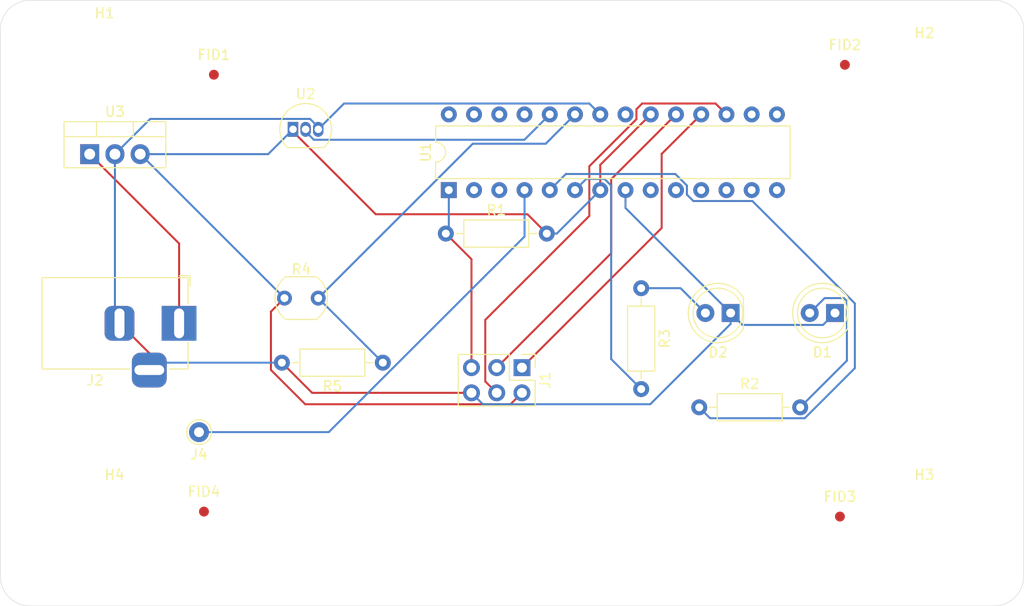
<source format=kicad_pcb>
(kicad_pcb (version 20240108) (generator "pcbnew") (generator_version "8.0")
  (layers (0 "F.Cu" signal) (31 "B.Cu" signal) (34 "B.Paste" user) (35 "F.Paste" user) (36 "B.SilkS" user "B.Silkscreen") (37 "F.SilkS" user "F.Silkscreen") (38 "B.Mask" user) (39 "F.Mask" user) (44 "Edge.Cuts" user))
  (net 0 "")
  (net 1 "Net-(D1-A)")
  (net 2 "GND")
  (net 3 "Net-(D2-A)")
  (net 4 "Net-(J1-Pin_4)")
  (net 5 "Net-(J1-Pin_1)")
  (net 6 "Net-(J1-Pin_3)")
  (net 7 "/5V")
  (net 8 "/RESET")
  (net 9 "VCC")
  (net 10 "Net-(U1-PD3)")
  (net 11 "Net-(U1-PD4)")
  (net 12 "/PHOTO")
  (net 13 "/SIGNAL")
  (net 14 "/TEMPER")
  (footprint "Resistor_THT:R_Axial_DIN0207_L6.3mm_D2.5mm_P10.16mm_Horizontal" (layer "F.Cu") (at 97 72.5 180)
    (property "Reference" "R5" (at 5.08 -2.37 360) (layer "F.SilkS"))
    (property "Value" "10K")
    (fp_line (start 9.12 0) (end 8.35 0) (stroke (width 0.12)) (layer "F.SilkS"))
    (fp_line (start 8.35 1.37) (end 8.35 -1.37) (stroke (width 0.12)) (layer "F.SilkS"))
    (fp_line (start 8.35 -1.37) (end 1.81 -1.37) (stroke (width 0.12)) (layer "F.SilkS"))
    (fp_line (start 1.81 1.37) (end 8.35 1.37) (stroke (width 0.12)) (layer "F.SilkS"))
    (fp_line (start 1.81 -1.37) (end 1.81 1.37) (stroke (width 0.12)) (layer "F.SilkS"))
    (fp_line (start 1.04 0) (end 1.81 0) (stroke (width 0.12)) (layer "F.SilkS"))
    (pad "1" thru_hole circle (at 0 0 180) (size 1.6 1.6) (drill 0.8) (layers "*.Cu" "*.Mask") (net 12 "/PHOTO"))
    (pad "2" thru_hole oval (at 10.16 0 180) (size 1.6 1.6) (drill 0.8) (layers "*.Cu" "*.Mask") (net 2 "GND"))
  )
  (footprint "Fiducial:Fiducial_1mm_Mask2mm" (layer "F.Cu") (at 143.5 42.5)
    (property "Reference" "FID2" (at 0 -2 0) (layer "F.SilkS"))
    (property "Value" "Fiducial")
    (pad "" smd circle (at 0 0) (size 1 1) (layers "F.Cu" "F.Mask") (clearance 0.5))
  )
  (footprint "LED_THT:LED_D5.0mm_Clear" (layer "F.Cu") (at 132 67.5 180)
    (property "Reference" "D2" (at 1.27 -3.96 360) (layer "F.SilkS"))
    (property "Value" "RED")
    (fp_line (start -1.29 -1.545) (end -1.29 1.545) (stroke (width 0.12)) (layer "F.SilkS"))
    (fp_arc (start 4.26 -0.000462) (mid 2.072002 2.880433) (end -1.29 1.54483) (stroke (width 0.12)) (layer "F.SilkS"))
    (fp_arc (start -1.29 -1.54483) (mid 2.072002 -2.880433) (end 4.26 0.000462) (stroke (width 0.12)) (layer "F.SilkS"))
    (fp_circle (center 1.27 0) (end 3.77 0) (stroke (width 0.12)) (fill none) (layer "F.SilkS"))
    (pad "1" thru_hole rect (at 0 0 180) (size 1.8 1.8) (drill 0.9) (layers "*.Cu" "*.Mask") (net 2 "GND"))
    (pad "2" thru_hole circle (at 2.54 0 180) (size 1.8 1.8) (drill 0.9) (layers "*.Cu" "*.Mask") (net 3 "Net-(D2-A)"))
  )
  (footprint "Package_DIP:DIP-28_W7.62mm" (layer "F.Cu") (at 103.64 55.12 90)
    (property "Reference" "U1" (at 3.81 -2.33 90) (layer "F.SilkS"))
    (property "Value" "ATmega328-P")
    (fp_line (start 6.46 -1.33) (end 4.81 -1.33) (stroke (width 0.12)) (layer "F.SilkS"))
    (fp_line (start 2.81 -1.33) (end 1.16 -1.33) (stroke (width 0.12)) (layer "F.SilkS"))
    (fp_line (start 1.16 -1.33) (end 1.16 34.35) (stroke (width 0.12)) (layer "F.SilkS"))
    (fp_line (start 6.46 34.35) (end 6.46 -1.33) (stroke (width 0.12)) (layer "F.SilkS"))
    (fp_line (start 1.16 34.35) (end 6.46 34.35) (stroke (width 0.12)) (layer "F.SilkS"))
    (fp_arc (start 4.81 -1.33) (mid 3.81 -0.33) (end 2.81 -1.33) (stroke (width 0.12)) (layer "F.SilkS"))
    (pad "1" thru_hole rect (at 0 0 90) (size 1.6 1.6) (drill 0.8) (layers "*.Cu" "*.Mask") (net 8 "/RESET"))
    (pad "2" thru_hole oval (at 0 2.54 90) (size 1.6 1.6) (drill 0.8) (layers "*.Cu" "*.Mask"))
    (pad "3" thru_hole oval (at 0 5.08 90) (size 1.6 1.6) (drill 0.8) (layers "*.Cu" "*.Mask"))
    (pad "4" thru_hole oval (at 0 7.62 90) (size 1.6 1.6) (drill 0.8) (layers "*.Cu" "*.Mask") (net 13 "/SIGNAL"))
    (pad "5" thru_hole oval (at 0 10.16 90) (size 1.6 1.6) (drill 0.8) (layers "*.Cu" "*.Mask") (net 10 "Net-(U1-PD3)"))
    (pad "6" thru_hole oval (at 0 12.7 90) (size 1.6 1.6) (drill 0.8) (layers "*.Cu" "*.Mask") (net 11 "Net-(U1-PD4)"))
    (pad "7" thru_hole oval (at 0 15.24 90) (size 1.6 1.6) (drill 0.8) (layers "*.Cu" "*.Mask") (net 7 "/5V"))
    (pad "8" thru_hole oval (at 0 17.78 90) (size 1.6 1.6) (drill 0.8) (layers "*.Cu" "*.Mask") (net 2 "GND"))
    (pad "9" thru_hole oval (at 0 20.32 90) (size 1.6 1.6) (drill 0.8) (layers "*.Cu" "*.Mask"))
    (pad "10" thru_hole oval (at 0 22.86 90) (size 1.6 1.6) (drill 0.8) (layers "*.Cu" "*.Mask"))
    (pad "11" thru_hole oval (at 0 25.4 90) (size 1.6 1.6) (drill 0.8) (layers "*.Cu" "*.Mask"))
    (pad "12" thru_hole oval (at 0 27.94 90) (size 1.6 1.6) (drill 0.8) (layers "*.Cu" "*.Mask"))
    (pad "13" thru_hole oval (at 0 30.48 90) (size 1.6 1.6) (drill 0.8) (layers "*.Cu" "*.Mask"))
    (pad "14" thru_hole oval (at 0 33.02 90) (size 1.6 1.6) (drill 0.8) (layers "*.Cu" "*.Mask"))
    (pad "15" thru_hole oval (at 7.62 33.02 90) (size 1.6 1.6) (drill 0.8) (layers "*.Cu" "*.Mask"))
    (pad "16" thru_hole oval (at 7.62 30.48 90) (size 1.6 1.6) (drill 0.8) (layers "*.Cu" "*.Mask"))
    (pad "17" thru_hole oval (at 7.62 27.94 90) (size 1.6 1.6) (drill 0.8) (layers "*.Cu" "*.Mask") (net 4 "Net-(J1-Pin_4)"))
    (pad "18" thru_hole oval (at 7.62 25.4 90) (size 1.6 1.6) (drill 0.8) (layers "*.Cu" "*.Mask") (net 5 "Net-(J1-Pin_1)"))
    (pad "19" thru_hole oval (at 7.62 22.86 90) (size 1.6 1.6) (drill 0.8) (layers "*.Cu" "*.Mask") (net 6 "Net-(J1-Pin_3)"))
    (pad "20" thru_hole oval (at 7.62 20.32 90) (size 1.6 1.6) (drill 0.8) (layers "*.Cu" "*.Mask") (net 7 "/5V"))
    (pad "21" thru_hole oval (at 7.62 17.78 90) (size 1.6 1.6) (drill 0.8) (layers "*.Cu" "*.Mask"))
    (pad "22" thru_hole oval (at 7.62 15.24 90) (size 1.6 1.6) (drill 0.8) (layers "*.Cu" "*.Mask") (net 2 "GND"))
    (pad "23" thru_hole oval (at 7.62 12.7 90) (size 1.6 1.6) (drill 0.8) (layers "*.Cu" "*.Mask") (net 12 "/PHOTO"))
    (pad "24" thru_hole oval (at 7.62 10.16 90) (size 1.6 1.6) (drill 0.8) (layers "*.Cu" "*.Mask") (net 14 "/TEMPER"))
    (pad "25" thru_hole oval (at 7.62 7.62 90) (size 1.6 1.6) (drill 0.8) (layers "*.Cu" "*.Mask"))
    (pad "26" thru_hole oval (at 7.62 5.08 90) (size 1.6 1.6) (drill 0.8) (layers "*.Cu" "*.Mask"))
    (pad "27" thru_hole oval (at 7.62 2.54 90) (size 1.6 1.6) (drill 0.8) (layers "*.Cu" "*.Mask"))
    (pad "28" thru_hole oval (at 7.62 0 90) (size 1.6 1.6) (drill 0.8) (layers "*.Cu" "*.Mask"))
  )
  (footprint "MountingHole:MountingHole_3.2mm_M3" (layer "F.Cu") (at 151.5 88)
    (property "Reference" "H3" (at 0 -4.2 0) (layer "F.SilkS"))
    (property "Value" "MountingHole")
    (pad "" np_thru_hole circle (at 0 0) (size 3.2 3.2) (drill 3.2) (layers "*.Cu" "*.Mask"))
  )
  (footprint "MountingHole:MountingHole_3.2mm_M3" (layer "F.Cu") (at 151.5 43.5)
    (property "Reference" "H2" (at 0 -4.2 0) (layer "F.SilkS"))
    (property "Value" "MountingHole")
    (pad "" np_thru_hole circle (at 0 0) (size 3.2 3.2) (drill 3.2) (layers "*.Cu" "*.Mask"))
  )
  (footprint "Package_TO_SOT_THT:TO-220-3_Vertical" (layer "F.Cu") (at 67.5 51.5)
    (property "Reference" "U3" (at 2.54 -4.27 360) (layer "F.SilkS"))
    (property "Value" "LM7805_TO220")
    (fp_line (start -2.58 -3.27) (end -2.58 1.371) (stroke (width 0.12)) (layer "F.SilkS"))
    (fp_line (start -2.58 -3.27) (end 7.66 -3.27) (stroke (width 0.12)) (layer "F.SilkS"))
    (fp_line (start -2.58 -1.76) (end 7.66 -1.76) (stroke (width 0.12)) (layer "F.SilkS"))
    (fp_line (start -2.58 1.371) (end 7.66 1.371) (stroke (width 0.12)) (layer "F.SilkS"))
    (fp_line (start 0.69 -3.27) (end 0.69 -1.76) (stroke (width 0.12)) (layer "F.SilkS"))
    (fp_line (start 4.391 -3.27) (end 4.391 -1.76) (stroke (width 0.12)) (layer "F.SilkS"))
    (fp_line (start 7.66 -3.27) (end 7.66 1.371) (stroke (width 0.12)) (layer "F.SilkS"))
    (pad "1" thru_hole rect (at 0 0) (size 1.905 2) (drill 1.1) (layers "*.Cu" "*.Mask") (net 9 "VCC"))
    (pad "2" thru_hole oval (at 2.54 0) (size 1.905 2) (drill 1.1) (layers "*.Cu" "*.Mask") (net 2 "GND"))
    (pad "3" thru_hole oval (at 5.08 0) (size 1.905 2) (drill 1.1) (layers "*.Cu" "*.Mask") (net 7 "/5V"))
  )
  (footprint "Resistor_THT:R_Axial_DIN0207_L6.3mm_D2.5mm_P10.16mm_Horizontal" (layer "F.Cu") (at 123 65 -90)
    (property "Reference" "R3" (at 5.08 -2.37 90) (layer "F.SilkS"))
    (property "Value" "220")
    (fp_line (start 1.81 1.37) (end 8.35 1.37) (stroke (width 0.12)) (layer "F.SilkS"))
    (fp_line (start 8.35 1.37) (end 8.35 -1.37) (stroke (width 0.12)) (layer "F.SilkS"))
    (fp_line (start 1.04 0) (end 1.81 0) (stroke (width 0.12)) (layer "F.SilkS"))
    (fp_line (start 9.12 0) (end 8.35 0) (stroke (width 0.12)) (layer "F.SilkS"))
    (fp_line (start 1.81 -1.37) (end 1.81 1.37) (stroke (width 0.12)) (layer "F.SilkS"))
    (fp_line (start 8.35 -1.37) (end 1.81 -1.37) (stroke (width 0.12)) (layer "F.SilkS"))
    (pad "1" thru_hole circle (at 0 0 270) (size 1.6 1.6) (drill 0.8) (layers "*.Cu" "*.Mask") (net 3 "Net-(D2-A)"))
    (pad "2" thru_hole oval (at 10.16 0 270) (size 1.6 1.6) (drill 0.8) (layers "*.Cu" "*.Mask") (net 11 "Net-(U1-PD4)"))
  )
  (footprint "Connector_Pin:Pin_D1.0mm_L10.0mm" (layer "F.Cu") (at 78.5 79.5)
    (property "Reference" "J4" (at 0 2.25 0) (layer "F.SilkS"))
    (property "Value" "Conn_01x01_Socket")
    (fp_circle (center 0 0) (end 1.25 0.05) (stroke (width 0.12)) (fill none) (layer "F.SilkS"))
    (pad "1" thru_hole circle (at 0 0) (size 2 2) (drill 1) (layers "*.Cu" "*.Mask") (net 13 "/SIGNAL"))
  )
  (footprint "Connector_BarrelJack:BarrelJack_Horizontal" (layer "F.Cu") (at 76.5 68.5425)
    (property "Reference" "J2" (at -8.45 5.75 0) (layer "F.SilkS"))
    (property "Value" "Barrel_Jack_Switch")
    (fp_line (start -13.8 -4.6) (end 0.9 -4.6) (stroke (width 0.12)) (layer "F.SilkS"))
    (fp_line (start -13.8 4.6) (end -13.8 -4.6) (stroke (width 0.12)) (layer "F.SilkS"))
    (fp_line (start -5 4.6) (end -13.8 4.6) (stroke (width 0.12)) (layer "F.SilkS"))
    (fp_line (start 0.05 -4.8) (end 1.1 -4.8) (stroke (width 0.12)) (layer "F.SilkS"))
    (fp_line (start 0.9 -4.6) (end 0.9 -2) (stroke (width 0.12)) (layer "F.SilkS"))
    (fp_line (start 0.9 1.9) (end 0.9 4.6) (stroke (width 0.12)) (layer "F.SilkS"))
    (fp_line (start 0.9 4.6) (end -1 4.6) (stroke (width 0.12)) (layer "F.SilkS"))
    (fp_line (start 1.1 -3.75) (end 1.1 -4.8) (stroke (width 0.12)) (layer "F.SilkS"))
    (pad "1" thru_hole rect (at 0 0) (size 3.5 3.5) (drill oval 1 3) (layers "*.Cu" "*.Mask") (net 9 "VCC"))
    (pad "2" thru_hole roundrect (at -6 0) (size 3 3.5) (drill oval 1 3) (layers "*.Cu" "*.Mask") (net 2 "GND"))
    (pad "3" thru_hole roundrect (at -3 4.7) (size 3.5 3.5) (drill oval 3 1) (layers "*.Cu" "*.Mask") (net 2 "GND"))
  )
  (footprint "Fiducial:Fiducial_1mm_Mask2mm" (layer "F.Cu") (at 80 43.5)
    (property "Reference" "FID1" (at 0 -2 0) (layer "F.SilkS"))
    (property "Value" "Fiducial")
    (pad "" smd circle (at 0 0) (size 1 1) (layers "F.Cu" "F.Mask") (clearance 0.5))
  )
  (footprint "Connector_PinHeader_2.54mm:PinHeader_2x03_P2.54mm_Vertical" (layer "F.Cu") (at 111 73 -90)
    (property "Reference" "J1" (at 1.27 -2.33 90) (layer "F.SilkS"))
    (property "Value" "Conn_02x03_Odd_Even")
    (fp_line (start -1.33 6.41) (end 3.87 6.41) (stroke (width 0.12)) (layer "F.SilkS"))
    (fp_line (start -1.33 1.27) (end -1.33 6.41) (stroke (width 0.12)) (layer "F.SilkS"))
    (fp_line (start -1.33 1.27) (end 1.27 1.27) (stroke (width 0.12)) (layer "F.SilkS"))
    (fp_line (start 1.27 1.27) (end 1.27 -1.33) (stroke (width 0.12)) (layer "F.SilkS"))
    (fp_line (start -1.33 0) (end -1.33 -1.33) (stroke (width 0.12)) (layer "F.SilkS"))
    (fp_line (start -1.33 -1.33) (end 0 -1.33) (stroke (width 0.12)) (layer "F.SilkS"))
    (fp_line (start 1.27 -1.33) (end 3.87 -1.33) (stroke (width 0.12)) (layer "F.SilkS"))
    (fp_line (start 3.87 -1.33) (end 3.87 6.41) (stroke (width 0.12)) (layer "F.SilkS"))
    (pad "1" thru_hole rect (at 0 0 270) (size 1.7 1.7) (drill 1) (layers "*.Cu" "*.Mask") (net 5 "Net-(J1-Pin_1)"))
    (pad "2" thru_hole oval (at 2.54 0 270) (size 1.7 1.7) (drill 1) (layers "*.Cu" "*.Mask") (net 7 "/5V"))
    (pad "3" thru_hole oval (at 0 2.54 270) (size 1.7 1.7) (drill 1) (layers "*.Cu" "*.Mask") (net 6 "Net-(J1-Pin_3)"))
    (pad "4" thru_hole oval (at 2.54 2.54 270) (size 1.7 1.7) (drill 1) (layers "*.Cu" "*.Mask") (net 4 "Net-(J1-Pin_4)"))
    (pad "5" thru_hole oval (at 0 5.08 270) (size 1.7 1.7) (drill 1) (layers "*.Cu" "*.Mask") (net 8 "/RESET"))
    (pad "6" thru_hole oval (at 2.54 5.08 270) (size 1.7 1.7) (drill 1) (layers "*.Cu" "*.Mask") (net 2 "GND"))
  )
  (footprint "Resistor_THT:R_Axial_DIN0207_L6.3mm_D2.5mm_P10.16mm_Horizontal" (layer "F.Cu") (at 128.84 77)
    (property "Reference" "R2" (at 5.08 -2.37 360) (layer "F.SilkS"))
    (property "Value" "300")
    (fp_line (start 1.04 0) (end 1.81 0) (stroke (width 0.12)) (layer "F.SilkS"))
    (fp_line (start 1.81 -1.37) (end 1.81 1.37) (stroke (width 0.12)) (layer "F.SilkS"))
    (fp_line (start 1.81 1.37) (end 8.35 1.37) (stroke (width 0.12)) (layer "F.SilkS"))
    (fp_line (start 8.35 -1.37) (end 1.81 -1.37) (stroke (width 0.12)) (layer "F.SilkS"))
    (fp_line (start 8.35 1.37) (end 8.35 -1.37) (stroke (width 0.12)) (layer "F.SilkS"))
    (fp_line (start 9.12 0) (end 8.35 0) (stroke (width 0.12)) (layer "F.SilkS"))
    (pad "1" thru_hole circle (at 0 0) (size 1.6 1.6) (drill 0.8) (layers "*.Cu" "*.Mask") (net 10 "Net-(U1-PD3)"))
    (pad "2" thru_hole oval (at 10.16 0) (size 1.6 1.6) (drill 0.8) (layers "*.Cu" "*.Mask") (net 1 "Net-(D1-A)"))
  )
  (footprint "Resistor_THT:R_Axial_DIN0207_L6.3mm_D2.5mm_P10.16mm_Horizontal" (layer "F.Cu") (at 103.34 59.5)
    (property "Reference" "R1" (at 5.08 -2.37 0) (layer "F.SilkS"))
    (property "Value" "10K")
    (fp_line (start 1.04 0) (end 1.81 0) (stroke (width 0.12)) (layer "F.SilkS"))
    (fp_line (start 1.81 -1.37) (end 1.81 1.37) (stroke (width 0.12)) (layer "F.SilkS"))
    (fp_line (start 1.81 1.37) (end 8.35 1.37) (stroke (width 0.12)) (layer "F.SilkS"))
    (fp_line (start 8.35 -1.37) (end 1.81 -1.37) (stroke (width 0.12)) (layer "F.SilkS"))
    (fp_line (start 8.35 1.37) (end 8.35 -1.37) (stroke (width 0.12)) (layer "F.SilkS"))
    (fp_line (start 9.12 0) (end 8.35 0) (stroke (width 0.12)) (layer "F.SilkS"))
    (pad "1" thru_hole circle (at 0 0) (size 1.6 1.6) (drill 0.8) (layers "*.Cu" "*.Mask") (net 8 "/RESET"))
    (pad "2" thru_hole oval (at 10.16 0) (size 1.6 1.6) (drill 0.8) (layers "*.Cu" "*.Mask") (net 7 "/5V"))
  )
  (footprint "Fiducial:Fiducial_1mm_Mask2mm" (layer "F.Cu") (at 79 87.5)
    (property "Reference" "FID4" (at 0 -2 0) (layer "F.SilkS"))
    (property "Value" "Fiducial")
    (pad "" smd circle (at 0 0) (size 1 1) (layers "F.Cu" "F.Mask") (clearance 0.5))
  )
  (footprint "Fiducial:Fiducial_1mm_Mask2mm" (layer "F.Cu") (at 143 88)
    (property "Reference" "FID3" (at 0 -2 0) (layer "F.SilkS"))
    (property "Value" "Fiducial")
    (pad "" smd circle (at 0 0) (size 1 1) (layers "F.Cu" "F.Mask") (clearance 0.5))
  )
  (footprint "MountingHole:MountingHole_3.2mm_M3" (layer "F.Cu") (at 69 41.5)
    (property "Reference" "H1" (at 0 -4.2 0) (layer "F.SilkS"))
    (property "Value" "MountingHole")
    (pad "" np_thru_hole circle (at 0 0) (size 3.2 3.2) (drill 3.2) (layers "*.Cu" "*.Mask"))
  )
  (footprint "Package_TO_SOT_THT:TO-92_Inline" (layer "F.Cu") (at 87.96 49)
    (property "Reference" "U2" (at 1.27 -3.56 0) (layer "F.SilkS"))
    (property "Value" "TSIC206-TO92")
    (fp_line (start -0.53 1.85) (end 3.07 1.85) (stroke (width 0.12)) (layer "F.SilkS"))
    (fp_arc (start -0.568478 1.838478) (mid -1.132087 -0.994977) (end 1.27 -2.6) (stroke (width 0.12)) (layer "F.SilkS"))
    (fp_arc (start 1.27 -2.6) (mid 3.672087 -0.994977) (end 3.108478 1.838478) (stroke (width 0.12)) (layer "F.SilkS"))
    (pad "1" thru_hole rect (at 0 0) (size 1.05 1.5) (drill 0.75) (layers "*.Cu" "*.Mask") (net 7 "/5V"))
    (pad "2" thru_hole oval (at 1.27 0) (size 1.05 1.5) (drill 0.75) (layers "*.Cu" "*.Mask") (net 14 "/TEMPER"))
    (pad "3" thru_hole oval (at 2.54 0) (size 1.05 1.5) (drill 0.75) (layers "*.Cu" "*.Mask") (net 2 "GND"))
  )
  (footprint "LED_THT:LED_D5.0mm_Clear" (layer "F.Cu") (at 142.5 67.5 180)
    (property "Reference" "D1" (at 1.27 -3.96 360) (layer "F.SilkS"))
    (property "Value" "GREEN")
    (fp_line (start -1.29 -1.545) (end -1.29 1.545) (stroke (width 0.12)) (layer "F.SilkS"))
    (fp_arc (start 4.26 -0.000462) (mid 2.072002 2.880433) (end -1.29 1.54483) (stroke (width 0.12)) (layer "F.SilkS"))
    (fp_arc (start -1.29 -1.54483) (mid 2.072002 -2.880433) (end 4.26 0.000462) (stroke (width 0.12)) (layer "F.SilkS"))
    (fp_circle (center 1.27 0) (end 3.77 0) (stroke (width 0.12)) (fill none) (layer "F.SilkS"))
    (pad "1" thru_hole rect (at 0 0 180) (size 1.8 1.8) (drill 0.9) (layers "*.Cu" "*.Mask") (net 2 "GND"))
    (pad "2" thru_hole circle (at 2.54 0 180) (size 1.8 1.8) (drill 0.9) (layers "*.Cu" "*.Mask") (net 1 "Net-(D1-A)"))
  )
  (footprint "MountingHole:MountingHole_3.2mm_M3" (layer "F.Cu") (at 70 88)
    (property "Reference" "H4" (at 0 -4.2 0) (layer "F.SilkS"))
    (property "Value" "MountingHole")
    (pad "" np_thru_hole circle (at 0 0) (size 3.2 3.2) (drill 3.2) (layers "*.Cu" "*.Mask"))
  )
  (footprint "OptoDevice:R_LDR_5.1x4.3mm_P3.4mm_Vertical" (layer "F.Cu") (at 87.1 66)
    (property "Reference" "R4" (at 1.7 -2.9 0) (layer "F.SilkS"))
    (property "Value" "R_Photo")
    (fp_line (start 0.15 -2.15) (end 3.2 -2.15) (stroke (width 0.12)) (layer "F.SilkS"))
    (fp_line (start 0.15 2.15) (end 3.2 2.15) (stroke (width 0.12)) (layer "F.SilkS"))
    (fp_arc (start 0.15 2.15) (mid -0.950438 -0.013368) (end 0.171766 -2.165525) (stroke (width 0.12)) (layer "F.SilkS"))
    (fp_arc (start 3.2 -2.15) (mid 4.321403 -0.027338) (end 3.244513 2.118249) (stroke (width 0.12)) (layer "F.SilkS"))
    (pad "1" thru_hole circle (at 0 0) (size 1.5 1.5) (drill 0.8) (layers "*.Cu" "*.Mask") (net 7 "/5V"))
    (pad "2" thru_hole circle (at 3.4 0) (size 1.5 1.5) (drill 0.8) (layers "*.Cu" "*.Mask") (net 12 "/PHOTO"))
  )
  (gr_line (start 161.5 39) (end 161.5 94) (stroke (width 0.05)) (layer "Edge.Cuts"))
  (gr_line (start 158.5 97) (end 61.5 97) (stroke (width 0.05)) (layer "Edge.Cuts"))
  (gr_arc (start 158.5 36) (mid 160.62132 36.87868) (end 161.5 39) (stroke (width 0.05)) (layer "Edge.Cuts"))
  (gr_line (start 61.5 36) (end 158.5 36) (stroke (width 0.05)) (layer "Edge.Cuts"))
  (gr_arc (start 61.5 97) (mid 59.37868 96.12132) (end 58.5 94) (stroke (width 0.05)) (layer "Edge.Cuts"))
  (gr_arc (start 58.5 39) (mid 59.37868 36.87868) (end 61.5 36) (stroke (width 0.05)) (layer "Edge.Cuts"))
  (gr_arc (start 161.5 94) (mid 160.62132 96.12132) (end 158.5 97) (stroke (width 0.05)) (layer "Edge.Cuts"))
  (gr_line (start 58.5 94) (end 58.5 39) (stroke (width 0.05)) (layer "Edge.Cuts"))
  (segment (start 141.46 66) (end 139.96 67.5) (width 0.2) (layer "B.Cu") (net 1))
  (segment (start 143.7 72.3) (end 143.7 66.3) (width 0.2) (layer "B.Cu") (net 1))
  (segment (start 143.7 66.3) (end 143.4 66) (width 0.2) (layer "B.Cu") (net 1))
  (segment (start 139 77) (end 143.7 72.3) (width 0.2) (layer "B.Cu") (net 1))
  (segment (start 143.4 66) (end 141.46 66) (width 0.2) (layer "B.Cu") (net 1))
  (segment (start 70.5 68.5425) (end 73.5 71.5425) (width 0.2) (layer "F.Cu") (net 2))
  (segment (start 89.88 75.54) (end 86.84 72.5) (width 0.2) (layer "F.Cu") (net 2))
  (segment (start 105.92 75.54) (end 89.88 75.54) (width 0.2) (layer "F.Cu") (net 2))
  (segment (start 73.5 71.5425) (end 73.5 73.2425) (width 0.2) (layer "F.Cu") (net 2))
  (segment (start 132 67.5) (end 132 68.6) (width 0.2) (layer "B.Cu") (net 2))
  (segment (start 86.84 72.5) (end 74.2425 72.5) (width 0.2) (layer "B.Cu") (net 2))
  (segment (start 73.59 47.95) (end 70.04 51.5) (width 0.2) (layer "B.Cu") (net 2))
  (segment (start 90.5 48.775) (end 89.675 47.95) (width 0.2) (layer "B.Cu") (net 2))
  (segment (start 133.2 68.7) (end 132 67.5) (width 0.2) (layer "B.Cu") (net 2))
  (segment (start 141.3 68.7) (end 133.2 68.7) (width 0.2) (layer "B.Cu") (net 2))
  (segment (start 142.5 67.5) (end 141.3 68.7) (width 0.2) (layer "B.Cu") (net 2))
  (segment (start 121.42 56.92) (end 132 67.5) (width 0.2) (layer "B.Cu") (net 2))
  (segment (start 74.2425 72.5) (end 73.5 73.2425) (width 0.2) (layer "B.Cu") (net 2))
  (segment (start 132 68.6) (end 123.91 76.69) (width 0.2) (layer "B.Cu") (net 2))
  (segment (start 70.04 51.5) (end 70.04 68.0825) (width 0.2) (layer "B.Cu") (net 2))
  (segment (start 93.1 46.4) (end 90.5 49) (width 0.2) (layer "B.Cu") (net 2))
  (segment (start 107.07 76.69) (end 105.92 75.54) (width 0.2) (layer "B.Cu") (net 2))
  (segment (start 89.675 47.95) (end 73.59 47.95) (width 0.2) (layer "B.Cu") (net 2))
  (segment (start 70.04 68.0825) (end 70.5 68.5425) (width 0.2) (layer "B.Cu") (net 2))
  (segment (start 90.5 49) (end 90.5 48.775) (width 0.2) (layer "B.Cu") (net 2))
  (segment (start 121.42 55.12) (end 121.42 56.92) (width 0.2) (layer "B.Cu") (net 2))
  (segment (start 118.88 47.5) (end 117.78 46.4) (width 0.2) (layer "B.Cu") (net 2))
  (segment (start 117.78 46.4) (end 93.1 46.4) (width 0.2) (layer "B.Cu") (net 2))
  (segment (start 123.91 76.69) (end 107.07 76.69) (width 0.2) (layer "B.Cu") (net 2))
  (segment (start 123 65) (end 126.96 65) (width 0.2) (layer "B.Cu") (net 3))
  (segment (start 126.96 65) (end 129.46 67.5) (width 0.2) (layer "B.Cu") (net 3))
  (segment (start 108.46 75.54) (end 107.31 74.39) (width 0.2) (layer "F.Cu") (net 4))
  (segment (start 117.78 52.72) (end 122.52 47.98) (width 0.2) (layer "F.Cu") (net 4))
  (segment (start 107.31 68.19) (end 117.78 57.72) (width 0.2) (layer "F.Cu") (net 4))
  (segment (start 130.48 46.4) (end 131.58 47.5) (width 0.2) (layer "F.Cu") (net 4))
  (segment (start 123.1 46.4) (end 130.48 46.4) (width 0.2) (layer "F.Cu") (net 4))
  (segment (start 122.52 46.98) (end 123.1 46.4) (width 0.2) (layer "F.Cu") (net 4))
  (segment (start 122.52 47.98) (end 122.52 46.98) (width 0.2) (layer "F.Cu") (net 4))
  (segment (start 117.78 57.72) (end 117.78 52.72) (width 0.2) (layer "F.Cu") (net 4))
  (segment (start 107.31 74.39) (end 107.31 68.19) (width 0.2) (layer "F.Cu") (net 4))
  (segment (start 125.06 58.94) (end 125.06 51.48) (width 0.2) (layer "F.Cu") (net 5))
  (segment (start 125.06 51.48) (end 129.04 47.5) (width 0.2) (layer "F.Cu") (net 5))
  (segment (start 111 73) (end 125.06 58.94) (width 0.2) (layer "F.Cu") (net 5))
  (segment (start 119.98 61.48) (end 119.98 54.02) (width 0.2) (layer "F.Cu") (net 6))
  (segment (start 108.46 73) (end 119.98 61.48) (width 0.2) (layer "F.Cu") (net 6))
  (segment (start 119.98 54.02) (end 126.5 47.5) (width 0.2) (layer "F.Cu") (net 6))
  (segment (start 111.554314 57.554314) (end 96.289314 57.554314) (width 0.2) (layer "F.Cu") (net 7))
  (segment (start 109.85 76.69) (end 89.19 76.69) (width 0.2) (layer "F.Cu") (net 7))
  (segment (start 118.88 52.58) (end 118.88 55.12) (width 0.2) (layer "F.Cu") (net 7))
  (segment (start 111 75.54) (end 109.85 76.69) (width 0.2) (layer "F.Cu") (net 7))
  (segment (start 85.74 67.36) (end 87.1 66) (width 0.2) (layer "F.Cu") (net 7))
  (segment (start 85.74 73.24) (end 85.74 67.36) (width 0.2) (layer "F.Cu") (net 7))
  (segment (start 87.96 49.225) (end 87.96 49) (width 0.2) (layer "F.Cu") (net 7))
  (segment (start 96.289314 57.554314) (end 87.96 49.225) (width 0.2) (layer "F.Cu") (net 7))
  (segment (start 123.96 47.5) (end 118.88 52.58) (width 0.2) (layer "F.Cu") (net 7))
  (segment (start 113.5 59.5) (end 111.554314 57.554314) (width 0.2) (layer "F.Cu") (net 7))
  (segment (start 89.19 76.69) (end 85.74 73.24) (width 0.2) (layer "F.Cu") (net 7))
  (segment (start 72.58 51.5) (end 85.46 51.5) (width 0.2) (layer "B.Cu") (net 7))
  (segment (start 87.1 66) (end 72.6 51.5) (width 0.2) (layer "B.Cu") (net 7))
  (segment (start 114.5 59.5) (end 113.5 59.5) (width 0.2) (layer "B.Cu") (net 7))
  (segment (start 118.88 55.12) (end 114.5 59.5) (width 0.2) (layer "B.Cu") (net 7))
  (segment (start 72.6 51.5) (end 72.58 51.5) (width 0.2) (layer "B.Cu") (net 7))
  (segment (start 85.46 51.5) (end 87.96 49) (width 0.2) (layer "B.Cu") (net 7))
  (segment (start 105.92 62.08) (end 103.34 59.5) (width 0.2) (layer "F.Cu") (net 8))
  (segment (start 105.92 73) (end 105.92 62.08) (width 0.2) (layer "F.Cu") (net 8))
  (segment (start 103.64 59.2) (end 103.34 59.5) (width 0.2) (layer "B.Cu") (net 8))
  (segment (start 103.64 55.12) (end 103.64 59.2) (width 0.2) (layer "B.Cu") (net 8))
  (segment (start 76.5 60.5) (end 67.5 51.5) (width 0.2) (layer "F.Cu") (net 9))
  (segment (start 76.5 68.5425) (end 76.5 60.5) (width 0.2) (layer "F.Cu") (net 9))
  (segment (start 139.455635 78.1) (end 144.5 73.055635) (width 0.2) (layer "B.Cu") (net 10))
  (segment (start 127.6 54.664365) (end 126.435635 53.5) (width 0.2) (layer "B.Cu") (net 10))
  (segment (start 128.244365 56.22) (end 127.6 55.575635) (width 0.2) (layer "B.Cu") (net 10))
  (segment (start 144.5 66.534314) (end 134.185686 56.22) (width 0.2) (layer "B.Cu") (net 10))
  (segment (start 129.94 78.1) (end 139.455635 78.1) (width 0.2) (layer "B.Cu") (net 10))
  (segment (start 127.6 55.575635) (end 127.6 54.664365) (width 0.2) (layer "B.Cu") (net 10))
  (segment (start 144.5 73.055635) (end 144.5 66.534314) (width 0.2) (layer "B.Cu") (net 10))
  (segment (start 128.84 77) (end 129.94 78.1) (width 0.2) (layer "B.Cu") (net 10))
  (segment (start 126.435635 53.5) (end 115.42 53.5) (width 0.2) (layer "B.Cu") (net 10))
  (segment (start 115.42 53.5) (end 113.8 55.12) (width 0.2) (layer "B.Cu") (net 10))
  (segment (start 134.185686 56.22) (end 128.244365 56.22) (width 0.2) (layer "B.Cu") (net 10))
  (segment (start 119.98 54.664365) (end 119.315635 54) (width 0.2) (layer "B.Cu") (net 11))
  (segment (start 119.315635 54) (end 117.46 54) (width 0.2) (layer "B.Cu") (net 11))
  (segment (start 117.46 54) (end 116.34 55.12) (width 0.2) (layer "B.Cu") (net 11))
  (segment (start 123 75.16) (end 119.98 72.14) (width 0.2) (layer "B.Cu") (net 11))
  (segment (start 119.98 72.14) (end 119.98 54.664365) (width 0.2) (layer "B.Cu") (net 11))
  (segment (start 90.5 66) (end 106.05 50.45) (width 0.2) (layer "B.Cu") (net 12))
  (segment (start 113.39 50.45) (end 116.34 47.5) (width 0.2) (layer "B.Cu") (net 12))
  (segment (start 106.05 50.45) (end 113.39 50.45) (width 0.2) (layer "B.Cu") (net 12))
  (segment (start 97 72.5) (end 90.5 66) (width 0.2) (layer "B.Cu") (net 12))
  (segment (start 91.555635 79.5) (end 111.26 59.795635) (width 0.2) (layer "B.Cu") (net 13))
  (segment (start 111.26 59.795635) (end 111.26 55.12) (width 0.2) (layer "B.Cu") (net 13))
  (segment (start 78.625 79.5) (end 91.555635 79.5) (width 0.2) (layer "B.Cu") (net 13))
  (segment (start 111.25 50.05) (end 113.8 47.5) (width 0.2) (layer "B.Cu") (net 14))
  (segment (start 89.23 49) (end 89.23 49.225) (width 0.2) (layer "B.Cu") (net 14))
  (segment (start 89.23 49.225) (end 90.055 50.05) (width 0.2) (layer "B.Cu") (net 14))
  (segment (start 90.055 50.05) (end 111.25 50.05) (width 0.2) (layer "B.Cu") (net 14))
)
</source>
